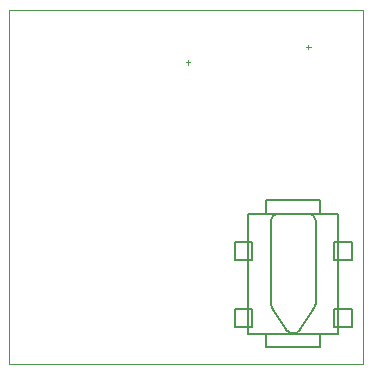
<source format=gm1>
G04*
G04 #@! TF.GenerationSoftware,Altium Limited,Altium Designer,18.0.11 (651)*
G04*
G04 Layer_Color=16711935*
%FSLAX25Y25*%
%MOIN*%
G70*
G01*
G75*
%ADD11C,0.00598*%
%ADD14C,0.00600*%
%ADD54C,0.00394*%
D11*
X352900Y280500D02*
G03*
X350400Y278000I0J-2500D01*
G01*
X365400D02*
G03*
X362900Y280500I-2500J0D01*
G01*
X355900Y241500D02*
G03*
X359900Y241500I2000J1500D01*
G01*
X350400Y250500D02*
G03*
X350900Y249000I2500J0D01*
G01*
X364900D02*
G03*
X365400Y250500I-2000J1500D01*
G01*
D14*
X371424Y265067D02*
Y270972D01*
X377329D01*
Y265067D02*
Y270972D01*
X371424Y265067D02*
X377329D01*
X371424Y242626D02*
X377329D01*
Y248531D01*
X371424D02*
X377329D01*
X371424Y242626D02*
Y248531D01*
X338353Y242626D02*
X344258D01*
Y248531D01*
X338353D02*
X344258D01*
X338353Y242626D02*
Y248531D01*
Y265067D02*
X344258D01*
Y270972D01*
X338353D02*
X344258D01*
X338353Y265067D02*
Y270972D01*
X342900Y280500D02*
X357900D01*
X342900Y240500D02*
Y280500D01*
Y240500D02*
X372900D01*
Y280500D01*
X357900D02*
X372900D01*
X348900Y285000D02*
X366900D01*
X348900Y280500D02*
Y285000D01*
X366900Y280500D02*
Y285000D01*
Y236000D02*
Y240500D01*
X348900Y236000D02*
X366900D01*
X348900D02*
Y240500D01*
X350400Y250500D02*
Y278000D01*
X365400Y250500D02*
Y278000D01*
X350900Y249000D02*
X355900Y241500D01*
X359900D02*
X364900Y249000D01*
D54*
X362154Y336000D02*
X363729D01*
X362942Y335213D02*
Y336787D01*
X322800Y330154D02*
Y331729D01*
X322013Y330942D02*
X323587D01*
X263300Y230500D02*
X381300D01*
Y348500D01*
X263300Y230500D02*
Y348500D01*
X381300D01*
M02*

</source>
